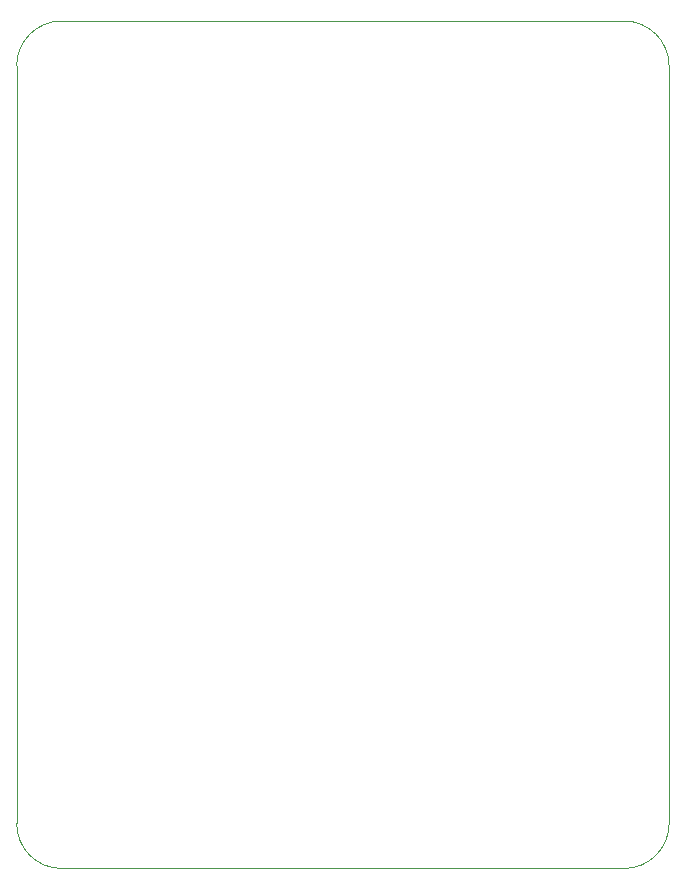
<source format=gbr>
%TF.GenerationSoftware,KiCad,Pcbnew,(5.1.12-1-10_14)*%
%TF.CreationDate,2022-12-20T21:08:20-08:00*%
%TF.ProjectId,nabu-usb-keyboard,6e616275-2d75-4736-922d-6b6579626f61,0.1*%
%TF.SameCoordinates,Original*%
%TF.FileFunction,Profile,NP*%
%FSLAX46Y46*%
G04 Gerber Fmt 4.6, Leading zero omitted, Abs format (unit mm)*
G04 Created by KiCad (PCBNEW (5.1.12-1-10_14)) date 2022-12-20 21:08:20*
%MOMM*%
%LPD*%
G01*
G04 APERTURE LIST*
%TA.AperFunction,Profile*%
%ADD10C,0.050000*%
%TD*%
G04 APERTURE END LIST*
D10*
X121285000Y-135255000D02*
G75*
G02*
X117475000Y-131445000I0J3810000D01*
G01*
X172720000Y-131445000D02*
G75*
G02*
X168910000Y-135255000I-3810000J0D01*
G01*
X168910000Y-63500000D02*
G75*
G02*
X172720000Y-67310000I0J-3810000D01*
G01*
X117475000Y-67310000D02*
G75*
G02*
X121285000Y-63500000I3810000J0D01*
G01*
X117475000Y-131445000D02*
X117475000Y-67310000D01*
X168910000Y-135255000D02*
X121285000Y-135255000D01*
X172720000Y-67310000D02*
X172720000Y-131445000D01*
X121285000Y-63500000D02*
X168910000Y-63500000D01*
M02*

</source>
